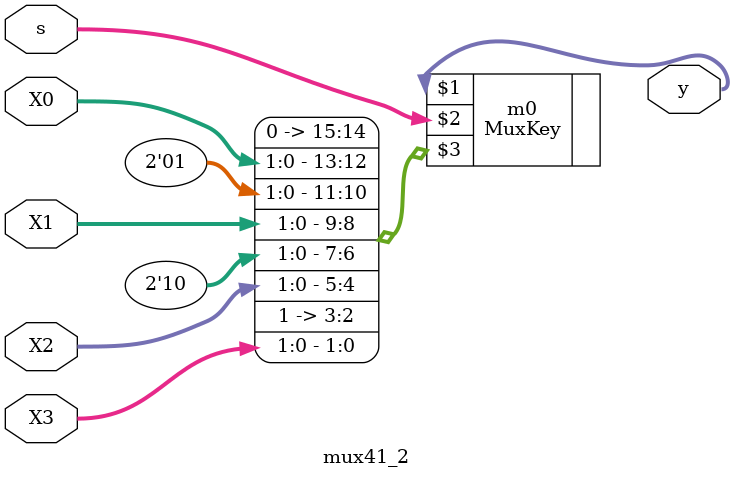
<source format=v>
module mux41_2(
	input [1:0]	X0,
	input [1:0]	X1,
	input [1:0]	X2,
	input [1:0]	X3,
	input [1:0] s,
	output [1:0] y
);



MuxKey #(4, 2, 2) m0 (y, s, {
	2'd0, X0,
	2'd1, X1,
	2'd2, X2,
	2'd3, X3
});

endmodule

</source>
